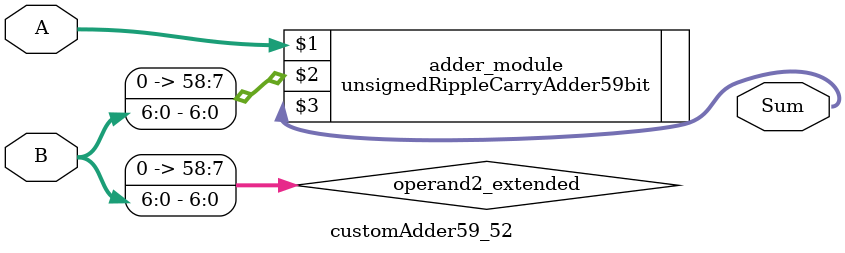
<source format=v>
module customAdder59_52(
                        input [58 : 0] A,
                        input [6 : 0] B,
                        
                        output [59 : 0] Sum
                );

        wire [58 : 0] operand2_extended;
        
        assign operand2_extended =  {52'b0, B};
        
        unsignedRippleCarryAdder59bit adder_module(
            A,
            operand2_extended,
            Sum
        );
        
        endmodule
        
</source>
